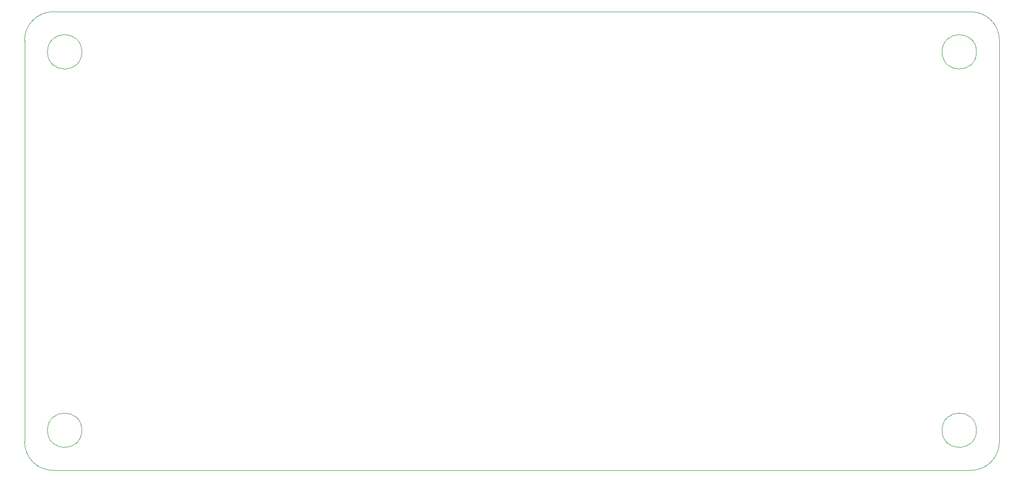
<source format=gm1>
%TF.GenerationSoftware,KiCad,Pcbnew,8.0.8-8.0.8-0~ubuntu24.04.1*%
%TF.CreationDate,2025-02-11T18:27:17-05:00*%
%TF.ProjectId,Strojni_posuv,5374726f-6a6e-4695-9f70-6f7375762e6b,rev?*%
%TF.SameCoordinates,Original*%
%TF.FileFunction,Profile,NP*%
%FSLAX46Y46*%
G04 Gerber Fmt 4.6, Leading zero omitted, Abs format (unit mm)*
G04 Created by KiCad (PCBNEW 8.0.8-8.0.8-0~ubuntu24.04.1) date 2025-02-11 18:27:17*
%MOMM*%
%LPD*%
G01*
G04 APERTURE LIST*
%TA.AperFunction,Profile*%
%ADD10C,0.050000*%
%TD*%
G04 APERTURE END LIST*
D10*
X55000000Y-110000000D02*
X215000000Y-110000000D01*
X60000000Y-103000000D02*
G75*
G02*
X54000000Y-103000000I-3000000J0D01*
G01*
X54000000Y-103000000D02*
G75*
G02*
X60000000Y-103000000I3000000J0D01*
G01*
X60000000Y-37000000D02*
G75*
G02*
X54000000Y-37000000I-3000000J0D01*
G01*
X54000000Y-37000000D02*
G75*
G02*
X60000000Y-37000000I3000000J0D01*
G01*
X220000000Y-105000000D02*
G75*
G02*
X215000000Y-110000000I-5000000J0D01*
G01*
X216000000Y-103000000D02*
G75*
G02*
X210000000Y-103000000I-3000000J0D01*
G01*
X210000000Y-103000000D02*
G75*
G02*
X216000000Y-103000000I3000000J0D01*
G01*
X220000000Y-105000000D02*
X220000000Y-35000000D01*
X50000000Y-35000000D02*
G75*
G02*
X55000000Y-30000000I5000000J0D01*
G01*
X216000000Y-37000000D02*
G75*
G02*
X210000000Y-37000000I-3000000J0D01*
G01*
X210000000Y-37000000D02*
G75*
G02*
X216000000Y-37000000I3000000J0D01*
G01*
X50000000Y-35000000D02*
X50000000Y-105000000D01*
X55000000Y-110000000D02*
G75*
G02*
X50000000Y-105000000I0J5000000D01*
G01*
X215000000Y-30000000D02*
G75*
G02*
X220000000Y-35000000I0J-5000000D01*
G01*
X215000000Y-30000000D02*
X55000000Y-30000000D01*
M02*

</source>
